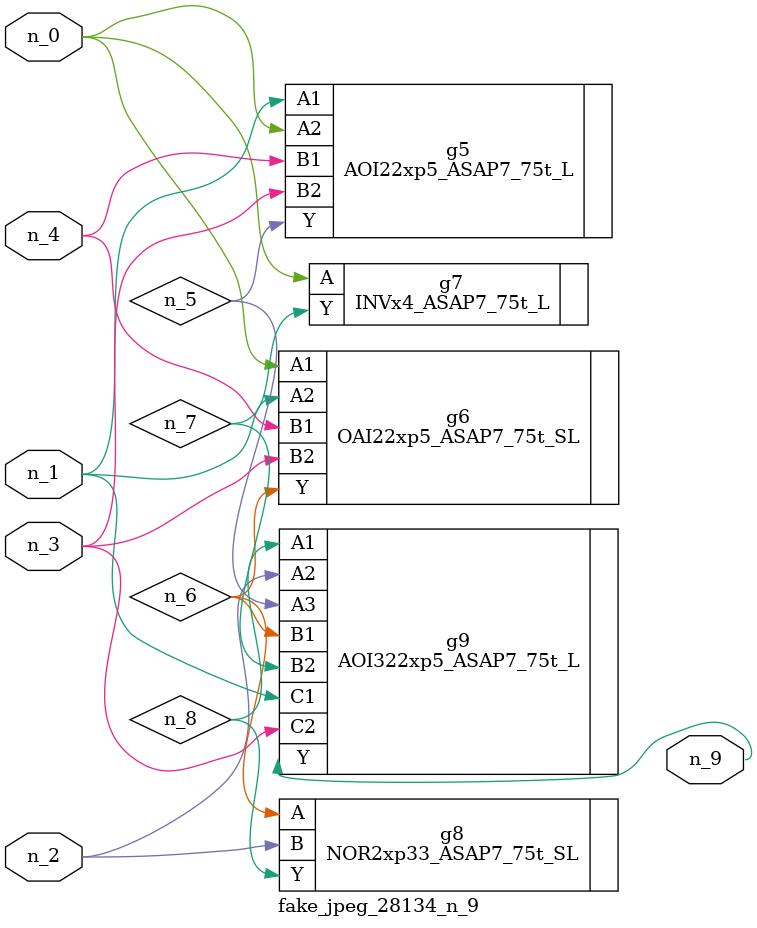
<source format=v>
module fake_jpeg_28134_n_9 (n_3, n_2, n_1, n_0, n_4, n_9);

input n_3;
input n_2;
input n_1;
input n_0;
input n_4;

output n_9;

wire n_8;
wire n_6;
wire n_5;
wire n_7;

AOI22xp5_ASAP7_75t_L g5 ( 
.A1(n_1),
.A2(n_0),
.B1(n_4),
.B2(n_3),
.Y(n_5)
);

OAI22xp5_ASAP7_75t_SL g6 ( 
.A1(n_0),
.A2(n_1),
.B1(n_4),
.B2(n_3),
.Y(n_6)
);

INVx4_ASAP7_75t_L g7 ( 
.A(n_0),
.Y(n_7)
);

NOR2xp33_ASAP7_75t_SL g8 ( 
.A(n_6),
.B(n_2),
.Y(n_8)
);

AOI322xp5_ASAP7_75t_L g9 ( 
.A1(n_8),
.A2(n_2),
.A3(n_5),
.B1(n_6),
.B2(n_7),
.C1(n_1),
.C2(n_3),
.Y(n_9)
);


endmodule
</source>
